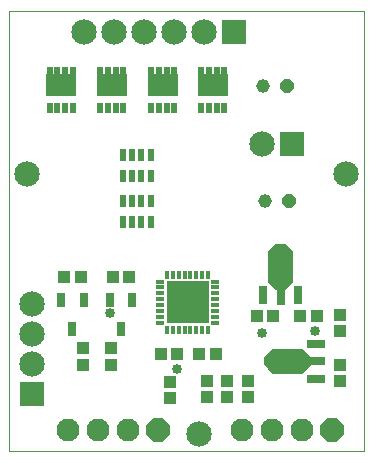
<source format=gts>
G04*
G04 #@! TF.GenerationSoftware,Altium Limited,Altium Designer,20.1.11 (218)*
G04*
G04 Layer_Color=8388736*
%FSLAX44Y44*%
%MOMM*%
G71*
G04*
G04 #@! TF.SameCoordinates,7590A8BC-6F61-42B1-8E90-CD4C0DD3AB11*
G04*
G04*
G04 #@! TF.FilePolarity,Negative*
G04*
G01*
G75*
%ADD15C,0.1000*%
%ADD30R,1.0000X1.0000*%
%ADD31R,1.0000X1.0000*%
%ADD32R,0.7500X1.1500*%
%ADD33R,1.5500X0.7500*%
%ADD34R,1.3500X0.8000*%
%ADD35R,0.7500X1.5500*%
%ADD36R,0.8000X1.3500*%
%ADD37R,0.5700X0.6900*%
%ADD38R,0.5700X0.8500*%
%ADD39R,0.6000X1.0000*%
%ADD40R,3.6000X3.6000*%
%ADD41R,0.7500X0.4500*%
%ADD42R,0.4500X0.7500*%
%ADD43R,2.5200X1.8600*%
%ADD44C,2.1500*%
%ADD45R,2.1500X2.1500*%
%ADD46C,1.9500*%
%ADD47P,2.1107X8X202.5*%
%ADD48P,1.2448X8X202.5*%
%ADD49C,1.1500*%
%ADD50R,2.1500X2.1500*%
%ADD51C,0.8500*%
%ADD52C,0.9032*%
G36*
X247618Y86993D02*
X247733Y86966D01*
X247810Y86934D01*
X247842Y86920D01*
X247942Y86859D01*
X248032Y86782D01*
X255032Y79782D01*
X255109Y79692D01*
X255170Y79592D01*
X255215Y79482D01*
X255243Y79368D01*
X255252Y79250D01*
Y73250D01*
X255243Y73132D01*
X255215Y73018D01*
X255184Y72940D01*
X255170Y72908D01*
X255109Y72808D01*
X255032Y72718D01*
X248032Y65718D01*
X247942Y65641D01*
X247842Y65580D01*
X247787Y65557D01*
X247733Y65535D01*
X247618Y65507D01*
X247500Y65498D01*
X222500D01*
X222471Y65500D01*
X222442Y65500D01*
X222412Y65505D01*
X222382Y65507D01*
X222355Y65514D01*
X222326Y65518D01*
X222297Y65528D01*
X222268Y65535D01*
X222241Y65546D01*
X222213Y65554D01*
X222186Y65568D01*
X222159Y65580D01*
X222134Y65595D01*
X222108Y65608D01*
X222084Y65626D01*
X222058Y65641D01*
X222036Y65660D01*
X222013Y65677D01*
X221991Y65698D01*
X221968Y65718D01*
X221949Y65740D01*
X221929Y65760D01*
X215929Y72761D01*
X215911Y72785D01*
X215891Y72808D01*
X215876Y72833D01*
X215859Y72856D01*
X215846Y72882D01*
X215830Y72909D01*
X215819Y72935D01*
X215805Y72961D01*
X215796Y72990D01*
X215785Y73018D01*
X215778Y73046D01*
X215769Y73073D01*
X215764Y73103D01*
X215757Y73132D01*
X215755Y73161D01*
X215750Y73190D01*
X215750Y73220D01*
X215748Y73250D01*
Y79250D01*
X215750Y79280D01*
X215750Y79310D01*
X215755Y79339D01*
X215757Y79368D01*
X215764Y79397D01*
X215769Y79427D01*
X215778Y79455D01*
X215785Y79482D01*
X215796Y79510D01*
X215805Y79539D01*
X215819Y79565D01*
X215830Y79592D01*
X215846Y79618D01*
X215859Y79644D01*
X215876Y79668D01*
X215891Y79692D01*
X215911Y79715D01*
X215929Y79740D01*
X221929Y86740D01*
X221949Y86760D01*
X221968Y86782D01*
X221991Y86802D01*
X222013Y86823D01*
X222036Y86840D01*
X222058Y86859D01*
X222084Y86875D01*
X222108Y86892D01*
X222134Y86905D01*
X222159Y86920D01*
X222186Y86932D01*
X222213Y86946D01*
X222241Y86955D01*
X222268Y86966D01*
X222297Y86973D01*
X222326Y86982D01*
X222355Y86986D01*
X222382Y86993D01*
X222412Y86995D01*
X222442Y87000D01*
X222471Y87000D01*
X222500Y87002D01*
X247500D01*
X247618Y86993D01*
D02*
G37*
G36*
X232530Y175750D02*
X232560Y175750D01*
X232589Y175745D01*
X232618Y175743D01*
X232647Y175736D01*
X232677Y175731D01*
X232705Y175722D01*
X232733Y175715D01*
X232760Y175704D01*
X232789Y175695D01*
X232815Y175681D01*
X232841Y175670D01*
X232868Y175654D01*
X232894Y175641D01*
X232917Y175624D01*
X232942Y175609D01*
X232965Y175589D01*
X232990Y175571D01*
X239990Y169571D01*
X240010Y169551D01*
X240032Y169532D01*
X240052Y169509D01*
X240073Y169487D01*
X240090Y169464D01*
X240109Y169442D01*
X240124Y169416D01*
X240142Y169392D01*
X240155Y169366D01*
X240170Y169342D01*
X240182Y169314D01*
X240196Y169287D01*
X240205Y169259D01*
X240215Y169232D01*
X240222Y169203D01*
X240232Y169174D01*
X240236Y169146D01*
X240243Y169118D01*
X240245Y169088D01*
X240250Y169058D01*
X240250Y169029D01*
X240252Y169000D01*
Y144000D01*
X240243Y143882D01*
X240215Y143767D01*
X240184Y143690D01*
X240170Y143658D01*
X240109Y143558D01*
X240032Y143468D01*
X233032Y136468D01*
X232942Y136391D01*
X232841Y136330D01*
X232733Y136285D01*
X232618Y136257D01*
X232500Y136248D01*
X226500D01*
X226382Y136257D01*
X226267Y136285D01*
X226190Y136316D01*
X226158Y136330D01*
X226058Y136391D01*
X225968Y136468D01*
X218968Y143468D01*
X218891Y143558D01*
X218830Y143658D01*
X218807Y143713D01*
X218785Y143767D01*
X218757Y143882D01*
X218748Y144000D01*
Y169000D01*
X218750Y169029D01*
X218750Y169058D01*
X218755Y169088D01*
X218757Y169118D01*
X218764Y169146D01*
X218768Y169174D01*
X218778Y169203D01*
X218785Y169232D01*
X218796Y169259D01*
X218804Y169287D01*
X218818Y169314D01*
X218830Y169342D01*
X218845Y169366D01*
X218858Y169392D01*
X218876Y169416D01*
X218891Y169442D01*
X218910Y169464D01*
X218927Y169487D01*
X218948Y169509D01*
X218968Y169532D01*
X218990Y169551D01*
X219010Y169571D01*
X226010Y175571D01*
X226035Y175589D01*
X226058Y175609D01*
X226083Y175624D01*
X226106Y175641D01*
X226133Y175654D01*
X226159Y175670D01*
X226185Y175681D01*
X226211Y175695D01*
X226240Y175704D01*
X226268Y175715D01*
X226295Y175722D01*
X226323Y175731D01*
X226353Y175736D01*
X226382Y175743D01*
X226411Y175745D01*
X226440Y175750D01*
X226470Y175750D01*
X226500Y175752D01*
X232500D01*
X232530Y175750D01*
D02*
G37*
D15*
X0Y0D02*
X300000D01*
X0D02*
Y372500D01*
X300000Y0D02*
Y372500D01*
X0D02*
X300000D01*
D30*
X279500Y59250D02*
D03*
Y73250D02*
D03*
Y101750D02*
D03*
Y115750D02*
D03*
X62627Y87361D02*
D03*
Y73361D02*
D03*
X85964Y87500D02*
D03*
Y73500D02*
D03*
X136000Y59000D02*
D03*
Y45000D02*
D03*
X166806Y60000D02*
D03*
Y46000D02*
D03*
X184482D02*
D03*
Y60000D02*
D03*
X202232Y46000D02*
D03*
Y60000D02*
D03*
D31*
X246245Y114500D02*
D03*
X260245D02*
D03*
X142250Y82500D02*
D03*
X128250D02*
D03*
X174750D02*
D03*
X160750D02*
D03*
X209395Y114500D02*
D03*
X223395D02*
D03*
X87264Y148000D02*
D03*
X101264D02*
D03*
X46327Y147861D02*
D03*
X60327D02*
D03*
D32*
X94264Y104000D02*
D03*
X84764Y128000D02*
D03*
X103764D02*
D03*
X53327Y103861D02*
D03*
X43827Y127861D02*
D03*
X62827D02*
D03*
D33*
X259500Y61250D02*
D03*
Y91250D02*
D03*
D34*
X260500Y76250D02*
D03*
D35*
X214500Y132000D02*
D03*
X244500D02*
D03*
D36*
X229500Y131000D02*
D03*
D37*
X162400Y321800D02*
D03*
X168900D02*
D03*
X175400D02*
D03*
X181900D02*
D03*
X120000D02*
D03*
X126500D02*
D03*
X133000D02*
D03*
X139500D02*
D03*
X77000D02*
D03*
X83500D02*
D03*
X90000D02*
D03*
X96500D02*
D03*
X34000D02*
D03*
X40500D02*
D03*
X47000D02*
D03*
X53500D02*
D03*
D38*
X181900Y291000D02*
D03*
X175400D02*
D03*
X168900D02*
D03*
X162400D02*
D03*
X139500D02*
D03*
X133000D02*
D03*
X126500D02*
D03*
X120000D02*
D03*
X96500D02*
D03*
X90000D02*
D03*
X83500D02*
D03*
X77000D02*
D03*
X53500D02*
D03*
X47000D02*
D03*
X40500D02*
D03*
X34000D02*
D03*
D39*
X103750Y233250D02*
D03*
X95750D02*
D03*
X111750D02*
D03*
X119750D02*
D03*
X120000Y250750D02*
D03*
X111750D02*
D03*
X103750D02*
D03*
X95750D02*
D03*
Y211750D02*
D03*
X103750D02*
D03*
X111750D02*
D03*
X120000D02*
D03*
X119750Y194250D02*
D03*
X111750D02*
D03*
X95750D02*
D03*
X103750D02*
D03*
D40*
X150750Y126250D02*
D03*
D41*
X127250Y108750D02*
D03*
Y113750D02*
D03*
Y118750D02*
D03*
Y123750D02*
D03*
Y128750D02*
D03*
Y133750D02*
D03*
Y138750D02*
D03*
Y143750D02*
D03*
X174250D02*
D03*
Y138750D02*
D03*
Y133750D02*
D03*
Y128750D02*
D03*
Y123750D02*
D03*
Y118750D02*
D03*
Y113750D02*
D03*
Y108750D02*
D03*
D42*
X133250Y149750D02*
D03*
X138250D02*
D03*
X143250D02*
D03*
X148250D02*
D03*
X153250D02*
D03*
X158250D02*
D03*
X163250D02*
D03*
X168250D02*
D03*
X168250Y102750D02*
D03*
X163250D02*
D03*
X158250D02*
D03*
X153250D02*
D03*
X148250D02*
D03*
X143250D02*
D03*
X138250D02*
D03*
X133250D02*
D03*
D43*
X172145Y310550D02*
D03*
X129745D02*
D03*
X86745Y310550D02*
D03*
X43745Y310550D02*
D03*
D44*
X160750Y14998D02*
D03*
X15000Y235000D02*
D03*
X285000D02*
D03*
X63400Y355000D02*
D03*
X139600D02*
D03*
X165000D02*
D03*
X114200D02*
D03*
X88800D02*
D03*
X213800Y260000D02*
D03*
X19000Y99700D02*
D03*
Y74300D02*
D03*
Y125100D02*
D03*
D45*
X190400Y355000D02*
D03*
X239200Y260000D02*
D03*
D46*
X49164Y18000D02*
D03*
X74564D02*
D03*
X99964D02*
D03*
X196900D02*
D03*
X222300D02*
D03*
X247700D02*
D03*
D47*
X125364D02*
D03*
X273100D02*
D03*
D48*
X236500Y212000D02*
D03*
X235000Y309000D02*
D03*
D49*
X216500Y212000D02*
D03*
X215000Y309000D02*
D03*
D50*
X19000Y48900D02*
D03*
D51*
X258400Y101750D02*
D03*
X85000Y116750D02*
D03*
X142000Y70000D02*
D03*
X213500Y100407D02*
D03*
D52*
X163250Y138750D02*
D03*
X150750D02*
D03*
X138250D02*
D03*
X138250Y126250D02*
D03*
Y113750D02*
D03*
X150750D02*
D03*
X163250D02*
D03*
Y126250D02*
D03*
X150750D02*
D03*
M02*

</source>
